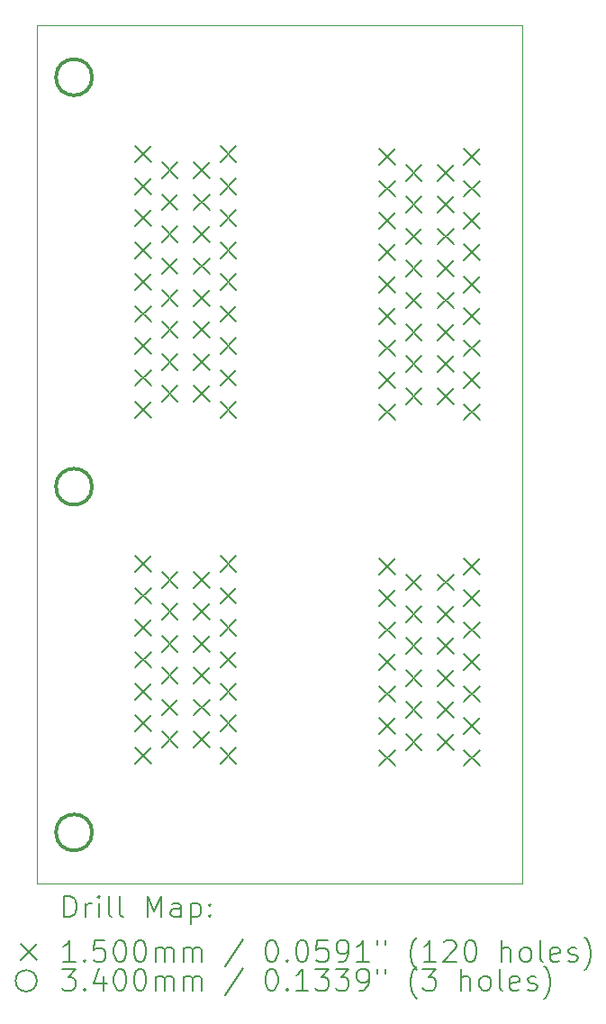
<source format=gbr>
%TF.GenerationSoftware,KiCad,Pcbnew,(6.0.8)*%
%TF.CreationDate,2024-08-14T07:32:47+02:00*%
%TF.ProjectId,FUSE_TestBoard,46555345-5f54-4657-9374-426f6172642e,rev?*%
%TF.SameCoordinates,Original*%
%TF.FileFunction,Drillmap*%
%TF.FilePolarity,Positive*%
%FSLAX45Y45*%
G04 Gerber Fmt 4.5, Leading zero omitted, Abs format (unit mm)*
G04 Created by KiCad (PCBNEW (6.0.8)) date 2024-08-14 07:32:47*
%MOMM*%
%LPD*%
G01*
G04 APERTURE LIST*
%ADD10C,0.100000*%
%ADD11C,0.200000*%
%ADD12C,0.150000*%
%ADD13C,0.340000*%
G04 APERTURE END LIST*
D10*
X15070000Y-7290000D02*
X19630000Y-7290000D01*
X19630000Y-7290000D02*
X19630000Y-15360000D01*
X19630000Y-15360000D02*
X15070000Y-15360000D01*
X15070000Y-15360000D02*
X15070000Y-7290000D01*
D11*
D12*
X15990000Y-8430000D02*
X16140000Y-8580000D01*
X16140000Y-8430000D02*
X15990000Y-8580000D01*
X15990000Y-8730000D02*
X16140000Y-8880000D01*
X16140000Y-8730000D02*
X15990000Y-8880000D01*
X15990000Y-9030000D02*
X16140000Y-9180000D01*
X16140000Y-9030000D02*
X15990000Y-9180000D01*
X15990000Y-9330000D02*
X16140000Y-9480000D01*
X16140000Y-9330000D02*
X15990000Y-9480000D01*
X15990000Y-9630000D02*
X16140000Y-9780000D01*
X16140000Y-9630000D02*
X15990000Y-9780000D01*
X15990000Y-9930000D02*
X16140000Y-10080000D01*
X16140000Y-9930000D02*
X15990000Y-10080000D01*
X15990000Y-10230000D02*
X16140000Y-10380000D01*
X16140000Y-10230000D02*
X15990000Y-10380000D01*
X15990000Y-10530000D02*
X16140000Y-10680000D01*
X16140000Y-10530000D02*
X15990000Y-10680000D01*
X15990000Y-10830000D02*
X16140000Y-10980000D01*
X16140000Y-10830000D02*
X15990000Y-10980000D01*
X15990000Y-12280000D02*
X16140000Y-12430000D01*
X16140000Y-12280000D02*
X15990000Y-12430000D01*
X15990000Y-12580000D02*
X16140000Y-12730000D01*
X16140000Y-12580000D02*
X15990000Y-12730000D01*
X15990000Y-12880000D02*
X16140000Y-13030000D01*
X16140000Y-12880000D02*
X15990000Y-13030000D01*
X15990000Y-13180000D02*
X16140000Y-13330000D01*
X16140000Y-13180000D02*
X15990000Y-13330000D01*
X15990000Y-13480000D02*
X16140000Y-13630000D01*
X16140000Y-13480000D02*
X15990000Y-13630000D01*
X15990000Y-13780000D02*
X16140000Y-13930000D01*
X16140000Y-13780000D02*
X15990000Y-13930000D01*
X15990000Y-14080000D02*
X16140000Y-14230000D01*
X16140000Y-14080000D02*
X15990000Y-14230000D01*
X16240000Y-8580000D02*
X16390000Y-8730000D01*
X16390000Y-8580000D02*
X16240000Y-8730000D01*
X16240000Y-8880000D02*
X16390000Y-9030000D01*
X16390000Y-8880000D02*
X16240000Y-9030000D01*
X16240000Y-9180000D02*
X16390000Y-9330000D01*
X16390000Y-9180000D02*
X16240000Y-9330000D01*
X16240000Y-9480000D02*
X16390000Y-9630000D01*
X16390000Y-9480000D02*
X16240000Y-9630000D01*
X16240000Y-9780000D02*
X16390000Y-9930000D01*
X16390000Y-9780000D02*
X16240000Y-9930000D01*
X16240000Y-10080000D02*
X16390000Y-10230000D01*
X16390000Y-10080000D02*
X16240000Y-10230000D01*
X16240000Y-10380000D02*
X16390000Y-10530000D01*
X16390000Y-10380000D02*
X16240000Y-10530000D01*
X16240000Y-10680000D02*
X16390000Y-10830000D01*
X16390000Y-10680000D02*
X16240000Y-10830000D01*
X16240000Y-12430000D02*
X16390000Y-12580000D01*
X16390000Y-12430000D02*
X16240000Y-12580000D01*
X16240000Y-12730000D02*
X16390000Y-12880000D01*
X16390000Y-12730000D02*
X16240000Y-12880000D01*
X16240000Y-13030000D02*
X16390000Y-13180000D01*
X16390000Y-13030000D02*
X16240000Y-13180000D01*
X16240000Y-13330000D02*
X16390000Y-13480000D01*
X16390000Y-13330000D02*
X16240000Y-13480000D01*
X16240000Y-13630000D02*
X16390000Y-13780000D01*
X16390000Y-13630000D02*
X16240000Y-13780000D01*
X16240000Y-13930000D02*
X16390000Y-14080000D01*
X16390000Y-13930000D02*
X16240000Y-14080000D01*
X16540000Y-8580000D02*
X16690000Y-8730000D01*
X16690000Y-8580000D02*
X16540000Y-8730000D01*
X16540000Y-8880000D02*
X16690000Y-9030000D01*
X16690000Y-8880000D02*
X16540000Y-9030000D01*
X16540000Y-9180000D02*
X16690000Y-9330000D01*
X16690000Y-9180000D02*
X16540000Y-9330000D01*
X16540000Y-9480000D02*
X16690000Y-9630000D01*
X16690000Y-9480000D02*
X16540000Y-9630000D01*
X16540000Y-9780000D02*
X16690000Y-9930000D01*
X16690000Y-9780000D02*
X16540000Y-9930000D01*
X16540000Y-10080000D02*
X16690000Y-10230000D01*
X16690000Y-10080000D02*
X16540000Y-10230000D01*
X16540000Y-10380000D02*
X16690000Y-10530000D01*
X16690000Y-10380000D02*
X16540000Y-10530000D01*
X16540000Y-10680000D02*
X16690000Y-10830000D01*
X16690000Y-10680000D02*
X16540000Y-10830000D01*
X16540000Y-12430000D02*
X16690000Y-12580000D01*
X16690000Y-12430000D02*
X16540000Y-12580000D01*
X16540000Y-12730000D02*
X16690000Y-12880000D01*
X16690000Y-12730000D02*
X16540000Y-12880000D01*
X16540000Y-13030000D02*
X16690000Y-13180000D01*
X16690000Y-13030000D02*
X16540000Y-13180000D01*
X16540000Y-13330000D02*
X16690000Y-13480000D01*
X16690000Y-13330000D02*
X16540000Y-13480000D01*
X16540000Y-13630000D02*
X16690000Y-13780000D01*
X16690000Y-13630000D02*
X16540000Y-13780000D01*
X16540000Y-13930000D02*
X16690000Y-14080000D01*
X16690000Y-13930000D02*
X16540000Y-14080000D01*
X16790000Y-8430000D02*
X16940000Y-8580000D01*
X16940000Y-8430000D02*
X16790000Y-8580000D01*
X16790000Y-8730000D02*
X16940000Y-8880000D01*
X16940000Y-8730000D02*
X16790000Y-8880000D01*
X16790000Y-9030000D02*
X16940000Y-9180000D01*
X16940000Y-9030000D02*
X16790000Y-9180000D01*
X16790000Y-9330000D02*
X16940000Y-9480000D01*
X16940000Y-9330000D02*
X16790000Y-9480000D01*
X16790000Y-9630000D02*
X16940000Y-9780000D01*
X16940000Y-9630000D02*
X16790000Y-9780000D01*
X16790000Y-9930000D02*
X16940000Y-10080000D01*
X16940000Y-9930000D02*
X16790000Y-10080000D01*
X16790000Y-10230000D02*
X16940000Y-10380000D01*
X16940000Y-10230000D02*
X16790000Y-10380000D01*
X16790000Y-10530000D02*
X16940000Y-10680000D01*
X16940000Y-10530000D02*
X16790000Y-10680000D01*
X16790000Y-10830000D02*
X16940000Y-10980000D01*
X16940000Y-10830000D02*
X16790000Y-10980000D01*
X16790000Y-12280000D02*
X16940000Y-12430000D01*
X16940000Y-12280000D02*
X16790000Y-12430000D01*
X16790000Y-12580000D02*
X16940000Y-12730000D01*
X16940000Y-12580000D02*
X16790000Y-12730000D01*
X16790000Y-12880000D02*
X16940000Y-13030000D01*
X16940000Y-12880000D02*
X16790000Y-13030000D01*
X16790000Y-13180000D02*
X16940000Y-13330000D01*
X16940000Y-13180000D02*
X16790000Y-13330000D01*
X16790000Y-13480000D02*
X16940000Y-13630000D01*
X16940000Y-13480000D02*
X16790000Y-13630000D01*
X16790000Y-13780000D02*
X16940000Y-13930000D01*
X16940000Y-13780000D02*
X16790000Y-13930000D01*
X16790000Y-14080000D02*
X16940000Y-14230000D01*
X16940000Y-14080000D02*
X16790000Y-14230000D01*
X18283730Y-8452800D02*
X18433730Y-8602800D01*
X18433730Y-8452800D02*
X18283730Y-8602800D01*
X18283730Y-8752800D02*
X18433730Y-8902800D01*
X18433730Y-8752800D02*
X18283730Y-8902800D01*
X18283730Y-9052800D02*
X18433730Y-9202800D01*
X18433730Y-9052800D02*
X18283730Y-9202800D01*
X18283730Y-9352800D02*
X18433730Y-9502800D01*
X18433730Y-9352800D02*
X18283730Y-9502800D01*
X18283730Y-9652800D02*
X18433730Y-9802800D01*
X18433730Y-9652800D02*
X18283730Y-9802800D01*
X18283730Y-9952800D02*
X18433730Y-10102800D01*
X18433730Y-9952800D02*
X18283730Y-10102800D01*
X18283730Y-10252800D02*
X18433730Y-10402800D01*
X18433730Y-10252800D02*
X18283730Y-10402800D01*
X18283730Y-10552800D02*
X18433730Y-10702800D01*
X18433730Y-10552800D02*
X18283730Y-10702800D01*
X18283730Y-10852800D02*
X18433730Y-11002800D01*
X18433730Y-10852800D02*
X18283730Y-11002800D01*
X18283730Y-12302800D02*
X18433730Y-12452800D01*
X18433730Y-12302800D02*
X18283730Y-12452800D01*
X18283730Y-12602800D02*
X18433730Y-12752800D01*
X18433730Y-12602800D02*
X18283730Y-12752800D01*
X18283730Y-12902800D02*
X18433730Y-13052800D01*
X18433730Y-12902800D02*
X18283730Y-13052800D01*
X18283730Y-13202800D02*
X18433730Y-13352800D01*
X18433730Y-13202800D02*
X18283730Y-13352800D01*
X18283730Y-13502800D02*
X18433730Y-13652800D01*
X18433730Y-13502800D02*
X18283730Y-13652800D01*
X18283730Y-13802800D02*
X18433730Y-13952800D01*
X18433730Y-13802800D02*
X18283730Y-13952800D01*
X18283730Y-14102800D02*
X18433730Y-14252800D01*
X18433730Y-14102800D02*
X18283730Y-14252800D01*
X18533730Y-8602800D02*
X18683730Y-8752800D01*
X18683730Y-8602800D02*
X18533730Y-8752800D01*
X18533730Y-8902800D02*
X18683730Y-9052800D01*
X18683730Y-8902800D02*
X18533730Y-9052800D01*
X18533730Y-9202800D02*
X18683730Y-9352800D01*
X18683730Y-9202800D02*
X18533730Y-9352800D01*
X18533730Y-9502800D02*
X18683730Y-9652800D01*
X18683730Y-9502800D02*
X18533730Y-9652800D01*
X18533730Y-9802800D02*
X18683730Y-9952800D01*
X18683730Y-9802800D02*
X18533730Y-9952800D01*
X18533730Y-10102800D02*
X18683730Y-10252800D01*
X18683730Y-10102800D02*
X18533730Y-10252800D01*
X18533730Y-10402800D02*
X18683730Y-10552800D01*
X18683730Y-10402800D02*
X18533730Y-10552800D01*
X18533730Y-10702800D02*
X18683730Y-10852800D01*
X18683730Y-10702800D02*
X18533730Y-10852800D01*
X18533730Y-12452800D02*
X18683730Y-12602800D01*
X18683730Y-12452800D02*
X18533730Y-12602800D01*
X18533730Y-12752800D02*
X18683730Y-12902800D01*
X18683730Y-12752800D02*
X18533730Y-12902800D01*
X18533730Y-13052800D02*
X18683730Y-13202800D01*
X18683730Y-13052800D02*
X18533730Y-13202800D01*
X18533730Y-13352800D02*
X18683730Y-13502800D01*
X18683730Y-13352800D02*
X18533730Y-13502800D01*
X18533730Y-13652800D02*
X18683730Y-13802800D01*
X18683730Y-13652800D02*
X18533730Y-13802800D01*
X18533730Y-13952800D02*
X18683730Y-14102800D01*
X18683730Y-13952800D02*
X18533730Y-14102800D01*
X18833730Y-8602800D02*
X18983730Y-8752800D01*
X18983730Y-8602800D02*
X18833730Y-8752800D01*
X18833730Y-8902800D02*
X18983730Y-9052800D01*
X18983730Y-8902800D02*
X18833730Y-9052800D01*
X18833730Y-9202800D02*
X18983730Y-9352800D01*
X18983730Y-9202800D02*
X18833730Y-9352800D01*
X18833730Y-9502800D02*
X18983730Y-9652800D01*
X18983730Y-9502800D02*
X18833730Y-9652800D01*
X18833730Y-9802800D02*
X18983730Y-9952800D01*
X18983730Y-9802800D02*
X18833730Y-9952800D01*
X18833730Y-10102800D02*
X18983730Y-10252800D01*
X18983730Y-10102800D02*
X18833730Y-10252800D01*
X18833730Y-10402800D02*
X18983730Y-10552800D01*
X18983730Y-10402800D02*
X18833730Y-10552800D01*
X18833730Y-10702800D02*
X18983730Y-10852800D01*
X18983730Y-10702800D02*
X18833730Y-10852800D01*
X18833730Y-12452800D02*
X18983730Y-12602800D01*
X18983730Y-12452800D02*
X18833730Y-12602800D01*
X18833730Y-12752800D02*
X18983730Y-12902800D01*
X18983730Y-12752800D02*
X18833730Y-12902800D01*
X18833730Y-13052800D02*
X18983730Y-13202800D01*
X18983730Y-13052800D02*
X18833730Y-13202800D01*
X18833730Y-13352800D02*
X18983730Y-13502800D01*
X18983730Y-13352800D02*
X18833730Y-13502800D01*
X18833730Y-13652800D02*
X18983730Y-13802800D01*
X18983730Y-13652800D02*
X18833730Y-13802800D01*
X18833730Y-13952800D02*
X18983730Y-14102800D01*
X18983730Y-13952800D02*
X18833730Y-14102800D01*
X19083730Y-8452800D02*
X19233730Y-8602800D01*
X19233730Y-8452800D02*
X19083730Y-8602800D01*
X19083730Y-8752800D02*
X19233730Y-8902800D01*
X19233730Y-8752800D02*
X19083730Y-8902800D01*
X19083730Y-9052800D02*
X19233730Y-9202800D01*
X19233730Y-9052800D02*
X19083730Y-9202800D01*
X19083730Y-9352800D02*
X19233730Y-9502800D01*
X19233730Y-9352800D02*
X19083730Y-9502800D01*
X19083730Y-9652800D02*
X19233730Y-9802800D01*
X19233730Y-9652800D02*
X19083730Y-9802800D01*
X19083730Y-9952800D02*
X19233730Y-10102800D01*
X19233730Y-9952800D02*
X19083730Y-10102800D01*
X19083730Y-10252800D02*
X19233730Y-10402800D01*
X19233730Y-10252800D02*
X19083730Y-10402800D01*
X19083730Y-10552800D02*
X19233730Y-10702800D01*
X19233730Y-10552800D02*
X19083730Y-10702800D01*
X19083730Y-10852800D02*
X19233730Y-11002800D01*
X19233730Y-10852800D02*
X19083730Y-11002800D01*
X19083730Y-12302800D02*
X19233730Y-12452800D01*
X19233730Y-12302800D02*
X19083730Y-12452800D01*
X19083730Y-12602800D02*
X19233730Y-12752800D01*
X19233730Y-12602800D02*
X19083730Y-12752800D01*
X19083730Y-12902800D02*
X19233730Y-13052800D01*
X19233730Y-12902800D02*
X19083730Y-13052800D01*
X19083730Y-13202800D02*
X19233730Y-13352800D01*
X19233730Y-13202800D02*
X19083730Y-13352800D01*
X19083730Y-13502800D02*
X19233730Y-13652800D01*
X19233730Y-13502800D02*
X19083730Y-13652800D01*
X19083730Y-13802800D02*
X19233730Y-13952800D01*
X19233730Y-13802800D02*
X19083730Y-13952800D01*
X19083730Y-14102800D02*
X19233730Y-14252800D01*
X19233730Y-14102800D02*
X19083730Y-14252800D01*
D13*
X15585000Y-7780000D02*
G75*
G03*
X15585000Y-7780000I-170000J0D01*
G01*
X15585000Y-11630000D02*
G75*
G03*
X15585000Y-11630000I-170000J0D01*
G01*
X15585000Y-14880000D02*
G75*
G03*
X15585000Y-14880000I-170000J0D01*
G01*
D11*
X15322619Y-15675476D02*
X15322619Y-15475476D01*
X15370238Y-15475476D01*
X15398809Y-15485000D01*
X15417857Y-15504048D01*
X15427381Y-15523095D01*
X15436905Y-15561190D01*
X15436905Y-15589762D01*
X15427381Y-15627857D01*
X15417857Y-15646905D01*
X15398809Y-15665952D01*
X15370238Y-15675476D01*
X15322619Y-15675476D01*
X15522619Y-15675476D02*
X15522619Y-15542143D01*
X15522619Y-15580238D02*
X15532143Y-15561190D01*
X15541667Y-15551667D01*
X15560714Y-15542143D01*
X15579762Y-15542143D01*
X15646428Y-15675476D02*
X15646428Y-15542143D01*
X15646428Y-15475476D02*
X15636905Y-15485000D01*
X15646428Y-15494524D01*
X15655952Y-15485000D01*
X15646428Y-15475476D01*
X15646428Y-15494524D01*
X15770238Y-15675476D02*
X15751190Y-15665952D01*
X15741667Y-15646905D01*
X15741667Y-15475476D01*
X15875000Y-15675476D02*
X15855952Y-15665952D01*
X15846428Y-15646905D01*
X15846428Y-15475476D01*
X16103571Y-15675476D02*
X16103571Y-15475476D01*
X16170238Y-15618333D01*
X16236905Y-15475476D01*
X16236905Y-15675476D01*
X16417857Y-15675476D02*
X16417857Y-15570714D01*
X16408333Y-15551667D01*
X16389286Y-15542143D01*
X16351190Y-15542143D01*
X16332143Y-15551667D01*
X16417857Y-15665952D02*
X16398809Y-15675476D01*
X16351190Y-15675476D01*
X16332143Y-15665952D01*
X16322619Y-15646905D01*
X16322619Y-15627857D01*
X16332143Y-15608809D01*
X16351190Y-15599286D01*
X16398809Y-15599286D01*
X16417857Y-15589762D01*
X16513095Y-15542143D02*
X16513095Y-15742143D01*
X16513095Y-15551667D02*
X16532143Y-15542143D01*
X16570238Y-15542143D01*
X16589286Y-15551667D01*
X16598809Y-15561190D01*
X16608333Y-15580238D01*
X16608333Y-15637381D01*
X16598809Y-15656428D01*
X16589286Y-15665952D01*
X16570238Y-15675476D01*
X16532143Y-15675476D01*
X16513095Y-15665952D01*
X16694048Y-15656428D02*
X16703571Y-15665952D01*
X16694048Y-15675476D01*
X16684524Y-15665952D01*
X16694048Y-15656428D01*
X16694048Y-15675476D01*
X16694048Y-15551667D02*
X16703571Y-15561190D01*
X16694048Y-15570714D01*
X16684524Y-15561190D01*
X16694048Y-15551667D01*
X16694048Y-15570714D01*
D12*
X14915000Y-15930000D02*
X15065000Y-16080000D01*
X15065000Y-15930000D02*
X14915000Y-16080000D01*
D11*
X15427381Y-16095476D02*
X15313095Y-16095476D01*
X15370238Y-16095476D02*
X15370238Y-15895476D01*
X15351190Y-15924048D01*
X15332143Y-15943095D01*
X15313095Y-15952619D01*
X15513095Y-16076428D02*
X15522619Y-16085952D01*
X15513095Y-16095476D01*
X15503571Y-16085952D01*
X15513095Y-16076428D01*
X15513095Y-16095476D01*
X15703571Y-15895476D02*
X15608333Y-15895476D01*
X15598809Y-15990714D01*
X15608333Y-15981190D01*
X15627381Y-15971667D01*
X15675000Y-15971667D01*
X15694048Y-15981190D01*
X15703571Y-15990714D01*
X15713095Y-16009762D01*
X15713095Y-16057381D01*
X15703571Y-16076428D01*
X15694048Y-16085952D01*
X15675000Y-16095476D01*
X15627381Y-16095476D01*
X15608333Y-16085952D01*
X15598809Y-16076428D01*
X15836905Y-15895476D02*
X15855952Y-15895476D01*
X15875000Y-15905000D01*
X15884524Y-15914524D01*
X15894048Y-15933571D01*
X15903571Y-15971667D01*
X15903571Y-16019286D01*
X15894048Y-16057381D01*
X15884524Y-16076428D01*
X15875000Y-16085952D01*
X15855952Y-16095476D01*
X15836905Y-16095476D01*
X15817857Y-16085952D01*
X15808333Y-16076428D01*
X15798809Y-16057381D01*
X15789286Y-16019286D01*
X15789286Y-15971667D01*
X15798809Y-15933571D01*
X15808333Y-15914524D01*
X15817857Y-15905000D01*
X15836905Y-15895476D01*
X16027381Y-15895476D02*
X16046428Y-15895476D01*
X16065476Y-15905000D01*
X16075000Y-15914524D01*
X16084524Y-15933571D01*
X16094048Y-15971667D01*
X16094048Y-16019286D01*
X16084524Y-16057381D01*
X16075000Y-16076428D01*
X16065476Y-16085952D01*
X16046428Y-16095476D01*
X16027381Y-16095476D01*
X16008333Y-16085952D01*
X15998809Y-16076428D01*
X15989286Y-16057381D01*
X15979762Y-16019286D01*
X15979762Y-15971667D01*
X15989286Y-15933571D01*
X15998809Y-15914524D01*
X16008333Y-15905000D01*
X16027381Y-15895476D01*
X16179762Y-16095476D02*
X16179762Y-15962143D01*
X16179762Y-15981190D02*
X16189286Y-15971667D01*
X16208333Y-15962143D01*
X16236905Y-15962143D01*
X16255952Y-15971667D01*
X16265476Y-15990714D01*
X16265476Y-16095476D01*
X16265476Y-15990714D02*
X16275000Y-15971667D01*
X16294048Y-15962143D01*
X16322619Y-15962143D01*
X16341667Y-15971667D01*
X16351190Y-15990714D01*
X16351190Y-16095476D01*
X16446428Y-16095476D02*
X16446428Y-15962143D01*
X16446428Y-15981190D02*
X16455952Y-15971667D01*
X16475000Y-15962143D01*
X16503571Y-15962143D01*
X16522619Y-15971667D01*
X16532143Y-15990714D01*
X16532143Y-16095476D01*
X16532143Y-15990714D02*
X16541667Y-15971667D01*
X16560714Y-15962143D01*
X16589286Y-15962143D01*
X16608333Y-15971667D01*
X16617857Y-15990714D01*
X16617857Y-16095476D01*
X17008333Y-15885952D02*
X16836905Y-16143095D01*
X17265476Y-15895476D02*
X17284524Y-15895476D01*
X17303571Y-15905000D01*
X17313095Y-15914524D01*
X17322619Y-15933571D01*
X17332143Y-15971667D01*
X17332143Y-16019286D01*
X17322619Y-16057381D01*
X17313095Y-16076428D01*
X17303571Y-16085952D01*
X17284524Y-16095476D01*
X17265476Y-16095476D01*
X17246429Y-16085952D01*
X17236905Y-16076428D01*
X17227381Y-16057381D01*
X17217857Y-16019286D01*
X17217857Y-15971667D01*
X17227381Y-15933571D01*
X17236905Y-15914524D01*
X17246429Y-15905000D01*
X17265476Y-15895476D01*
X17417857Y-16076428D02*
X17427381Y-16085952D01*
X17417857Y-16095476D01*
X17408333Y-16085952D01*
X17417857Y-16076428D01*
X17417857Y-16095476D01*
X17551190Y-15895476D02*
X17570238Y-15895476D01*
X17589286Y-15905000D01*
X17598810Y-15914524D01*
X17608333Y-15933571D01*
X17617857Y-15971667D01*
X17617857Y-16019286D01*
X17608333Y-16057381D01*
X17598810Y-16076428D01*
X17589286Y-16085952D01*
X17570238Y-16095476D01*
X17551190Y-16095476D01*
X17532143Y-16085952D01*
X17522619Y-16076428D01*
X17513095Y-16057381D01*
X17503571Y-16019286D01*
X17503571Y-15971667D01*
X17513095Y-15933571D01*
X17522619Y-15914524D01*
X17532143Y-15905000D01*
X17551190Y-15895476D01*
X17798810Y-15895476D02*
X17703571Y-15895476D01*
X17694048Y-15990714D01*
X17703571Y-15981190D01*
X17722619Y-15971667D01*
X17770238Y-15971667D01*
X17789286Y-15981190D01*
X17798810Y-15990714D01*
X17808333Y-16009762D01*
X17808333Y-16057381D01*
X17798810Y-16076428D01*
X17789286Y-16085952D01*
X17770238Y-16095476D01*
X17722619Y-16095476D01*
X17703571Y-16085952D01*
X17694048Y-16076428D01*
X17903571Y-16095476D02*
X17941667Y-16095476D01*
X17960714Y-16085952D01*
X17970238Y-16076428D01*
X17989286Y-16047857D01*
X17998810Y-16009762D01*
X17998810Y-15933571D01*
X17989286Y-15914524D01*
X17979762Y-15905000D01*
X17960714Y-15895476D01*
X17922619Y-15895476D01*
X17903571Y-15905000D01*
X17894048Y-15914524D01*
X17884524Y-15933571D01*
X17884524Y-15981190D01*
X17894048Y-16000238D01*
X17903571Y-16009762D01*
X17922619Y-16019286D01*
X17960714Y-16019286D01*
X17979762Y-16009762D01*
X17989286Y-16000238D01*
X17998810Y-15981190D01*
X18189286Y-16095476D02*
X18075000Y-16095476D01*
X18132143Y-16095476D02*
X18132143Y-15895476D01*
X18113095Y-15924048D01*
X18094048Y-15943095D01*
X18075000Y-15952619D01*
X18265476Y-15895476D02*
X18265476Y-15933571D01*
X18341667Y-15895476D02*
X18341667Y-15933571D01*
X18636905Y-16171667D02*
X18627381Y-16162143D01*
X18608333Y-16133571D01*
X18598810Y-16114524D01*
X18589286Y-16085952D01*
X18579762Y-16038333D01*
X18579762Y-16000238D01*
X18589286Y-15952619D01*
X18598810Y-15924048D01*
X18608333Y-15905000D01*
X18627381Y-15876428D01*
X18636905Y-15866905D01*
X18817857Y-16095476D02*
X18703571Y-16095476D01*
X18760714Y-16095476D02*
X18760714Y-15895476D01*
X18741667Y-15924048D01*
X18722619Y-15943095D01*
X18703571Y-15952619D01*
X18894048Y-15914524D02*
X18903571Y-15905000D01*
X18922619Y-15895476D01*
X18970238Y-15895476D01*
X18989286Y-15905000D01*
X18998810Y-15914524D01*
X19008333Y-15933571D01*
X19008333Y-15952619D01*
X18998810Y-15981190D01*
X18884524Y-16095476D01*
X19008333Y-16095476D01*
X19132143Y-15895476D02*
X19151190Y-15895476D01*
X19170238Y-15905000D01*
X19179762Y-15914524D01*
X19189286Y-15933571D01*
X19198810Y-15971667D01*
X19198810Y-16019286D01*
X19189286Y-16057381D01*
X19179762Y-16076428D01*
X19170238Y-16085952D01*
X19151190Y-16095476D01*
X19132143Y-16095476D01*
X19113095Y-16085952D01*
X19103571Y-16076428D01*
X19094048Y-16057381D01*
X19084524Y-16019286D01*
X19084524Y-15971667D01*
X19094048Y-15933571D01*
X19103571Y-15914524D01*
X19113095Y-15905000D01*
X19132143Y-15895476D01*
X19436905Y-16095476D02*
X19436905Y-15895476D01*
X19522619Y-16095476D02*
X19522619Y-15990714D01*
X19513095Y-15971667D01*
X19494048Y-15962143D01*
X19465476Y-15962143D01*
X19446429Y-15971667D01*
X19436905Y-15981190D01*
X19646429Y-16095476D02*
X19627381Y-16085952D01*
X19617857Y-16076428D01*
X19608333Y-16057381D01*
X19608333Y-16000238D01*
X19617857Y-15981190D01*
X19627381Y-15971667D01*
X19646429Y-15962143D01*
X19675000Y-15962143D01*
X19694048Y-15971667D01*
X19703571Y-15981190D01*
X19713095Y-16000238D01*
X19713095Y-16057381D01*
X19703571Y-16076428D01*
X19694048Y-16085952D01*
X19675000Y-16095476D01*
X19646429Y-16095476D01*
X19827381Y-16095476D02*
X19808333Y-16085952D01*
X19798810Y-16066905D01*
X19798810Y-15895476D01*
X19979762Y-16085952D02*
X19960714Y-16095476D01*
X19922619Y-16095476D01*
X19903571Y-16085952D01*
X19894048Y-16066905D01*
X19894048Y-15990714D01*
X19903571Y-15971667D01*
X19922619Y-15962143D01*
X19960714Y-15962143D01*
X19979762Y-15971667D01*
X19989286Y-15990714D01*
X19989286Y-16009762D01*
X19894048Y-16028809D01*
X20065476Y-16085952D02*
X20084524Y-16095476D01*
X20122619Y-16095476D01*
X20141667Y-16085952D01*
X20151190Y-16066905D01*
X20151190Y-16057381D01*
X20141667Y-16038333D01*
X20122619Y-16028809D01*
X20094048Y-16028809D01*
X20075000Y-16019286D01*
X20065476Y-16000238D01*
X20065476Y-15990714D01*
X20075000Y-15971667D01*
X20094048Y-15962143D01*
X20122619Y-15962143D01*
X20141667Y-15971667D01*
X20217857Y-16171667D02*
X20227381Y-16162143D01*
X20246429Y-16133571D01*
X20255952Y-16114524D01*
X20265476Y-16085952D01*
X20275000Y-16038333D01*
X20275000Y-16000238D01*
X20265476Y-15952619D01*
X20255952Y-15924048D01*
X20246429Y-15905000D01*
X20227381Y-15876428D01*
X20217857Y-15866905D01*
X15065000Y-16275000D02*
G75*
G03*
X15065000Y-16275000I-100000J0D01*
G01*
X15303571Y-16165476D02*
X15427381Y-16165476D01*
X15360714Y-16241667D01*
X15389286Y-16241667D01*
X15408333Y-16251190D01*
X15417857Y-16260714D01*
X15427381Y-16279762D01*
X15427381Y-16327381D01*
X15417857Y-16346428D01*
X15408333Y-16355952D01*
X15389286Y-16365476D01*
X15332143Y-16365476D01*
X15313095Y-16355952D01*
X15303571Y-16346428D01*
X15513095Y-16346428D02*
X15522619Y-16355952D01*
X15513095Y-16365476D01*
X15503571Y-16355952D01*
X15513095Y-16346428D01*
X15513095Y-16365476D01*
X15694048Y-16232143D02*
X15694048Y-16365476D01*
X15646428Y-16155952D02*
X15598809Y-16298809D01*
X15722619Y-16298809D01*
X15836905Y-16165476D02*
X15855952Y-16165476D01*
X15875000Y-16175000D01*
X15884524Y-16184524D01*
X15894048Y-16203571D01*
X15903571Y-16241667D01*
X15903571Y-16289286D01*
X15894048Y-16327381D01*
X15884524Y-16346428D01*
X15875000Y-16355952D01*
X15855952Y-16365476D01*
X15836905Y-16365476D01*
X15817857Y-16355952D01*
X15808333Y-16346428D01*
X15798809Y-16327381D01*
X15789286Y-16289286D01*
X15789286Y-16241667D01*
X15798809Y-16203571D01*
X15808333Y-16184524D01*
X15817857Y-16175000D01*
X15836905Y-16165476D01*
X16027381Y-16165476D02*
X16046428Y-16165476D01*
X16065476Y-16175000D01*
X16075000Y-16184524D01*
X16084524Y-16203571D01*
X16094048Y-16241667D01*
X16094048Y-16289286D01*
X16084524Y-16327381D01*
X16075000Y-16346428D01*
X16065476Y-16355952D01*
X16046428Y-16365476D01*
X16027381Y-16365476D01*
X16008333Y-16355952D01*
X15998809Y-16346428D01*
X15989286Y-16327381D01*
X15979762Y-16289286D01*
X15979762Y-16241667D01*
X15989286Y-16203571D01*
X15998809Y-16184524D01*
X16008333Y-16175000D01*
X16027381Y-16165476D01*
X16179762Y-16365476D02*
X16179762Y-16232143D01*
X16179762Y-16251190D02*
X16189286Y-16241667D01*
X16208333Y-16232143D01*
X16236905Y-16232143D01*
X16255952Y-16241667D01*
X16265476Y-16260714D01*
X16265476Y-16365476D01*
X16265476Y-16260714D02*
X16275000Y-16241667D01*
X16294048Y-16232143D01*
X16322619Y-16232143D01*
X16341667Y-16241667D01*
X16351190Y-16260714D01*
X16351190Y-16365476D01*
X16446428Y-16365476D02*
X16446428Y-16232143D01*
X16446428Y-16251190D02*
X16455952Y-16241667D01*
X16475000Y-16232143D01*
X16503571Y-16232143D01*
X16522619Y-16241667D01*
X16532143Y-16260714D01*
X16532143Y-16365476D01*
X16532143Y-16260714D02*
X16541667Y-16241667D01*
X16560714Y-16232143D01*
X16589286Y-16232143D01*
X16608333Y-16241667D01*
X16617857Y-16260714D01*
X16617857Y-16365476D01*
X17008333Y-16155952D02*
X16836905Y-16413095D01*
X17265476Y-16165476D02*
X17284524Y-16165476D01*
X17303571Y-16175000D01*
X17313095Y-16184524D01*
X17322619Y-16203571D01*
X17332143Y-16241667D01*
X17332143Y-16289286D01*
X17322619Y-16327381D01*
X17313095Y-16346428D01*
X17303571Y-16355952D01*
X17284524Y-16365476D01*
X17265476Y-16365476D01*
X17246429Y-16355952D01*
X17236905Y-16346428D01*
X17227381Y-16327381D01*
X17217857Y-16289286D01*
X17217857Y-16241667D01*
X17227381Y-16203571D01*
X17236905Y-16184524D01*
X17246429Y-16175000D01*
X17265476Y-16165476D01*
X17417857Y-16346428D02*
X17427381Y-16355952D01*
X17417857Y-16365476D01*
X17408333Y-16355952D01*
X17417857Y-16346428D01*
X17417857Y-16365476D01*
X17617857Y-16365476D02*
X17503571Y-16365476D01*
X17560714Y-16365476D02*
X17560714Y-16165476D01*
X17541667Y-16194048D01*
X17522619Y-16213095D01*
X17503571Y-16222619D01*
X17684524Y-16165476D02*
X17808333Y-16165476D01*
X17741667Y-16241667D01*
X17770238Y-16241667D01*
X17789286Y-16251190D01*
X17798810Y-16260714D01*
X17808333Y-16279762D01*
X17808333Y-16327381D01*
X17798810Y-16346428D01*
X17789286Y-16355952D01*
X17770238Y-16365476D01*
X17713095Y-16365476D01*
X17694048Y-16355952D01*
X17684524Y-16346428D01*
X17875000Y-16165476D02*
X17998810Y-16165476D01*
X17932143Y-16241667D01*
X17960714Y-16241667D01*
X17979762Y-16251190D01*
X17989286Y-16260714D01*
X17998810Y-16279762D01*
X17998810Y-16327381D01*
X17989286Y-16346428D01*
X17979762Y-16355952D01*
X17960714Y-16365476D01*
X17903571Y-16365476D01*
X17884524Y-16355952D01*
X17875000Y-16346428D01*
X18094048Y-16365476D02*
X18132143Y-16365476D01*
X18151190Y-16355952D01*
X18160714Y-16346428D01*
X18179762Y-16317857D01*
X18189286Y-16279762D01*
X18189286Y-16203571D01*
X18179762Y-16184524D01*
X18170238Y-16175000D01*
X18151190Y-16165476D01*
X18113095Y-16165476D01*
X18094048Y-16175000D01*
X18084524Y-16184524D01*
X18075000Y-16203571D01*
X18075000Y-16251190D01*
X18084524Y-16270238D01*
X18094048Y-16279762D01*
X18113095Y-16289286D01*
X18151190Y-16289286D01*
X18170238Y-16279762D01*
X18179762Y-16270238D01*
X18189286Y-16251190D01*
X18265476Y-16165476D02*
X18265476Y-16203571D01*
X18341667Y-16165476D02*
X18341667Y-16203571D01*
X18636905Y-16441667D02*
X18627381Y-16432143D01*
X18608333Y-16403571D01*
X18598810Y-16384524D01*
X18589286Y-16355952D01*
X18579762Y-16308333D01*
X18579762Y-16270238D01*
X18589286Y-16222619D01*
X18598810Y-16194048D01*
X18608333Y-16175000D01*
X18627381Y-16146428D01*
X18636905Y-16136905D01*
X18694048Y-16165476D02*
X18817857Y-16165476D01*
X18751190Y-16241667D01*
X18779762Y-16241667D01*
X18798810Y-16251190D01*
X18808333Y-16260714D01*
X18817857Y-16279762D01*
X18817857Y-16327381D01*
X18808333Y-16346428D01*
X18798810Y-16355952D01*
X18779762Y-16365476D01*
X18722619Y-16365476D01*
X18703571Y-16355952D01*
X18694048Y-16346428D01*
X19055952Y-16365476D02*
X19055952Y-16165476D01*
X19141667Y-16365476D02*
X19141667Y-16260714D01*
X19132143Y-16241667D01*
X19113095Y-16232143D01*
X19084524Y-16232143D01*
X19065476Y-16241667D01*
X19055952Y-16251190D01*
X19265476Y-16365476D02*
X19246429Y-16355952D01*
X19236905Y-16346428D01*
X19227381Y-16327381D01*
X19227381Y-16270238D01*
X19236905Y-16251190D01*
X19246429Y-16241667D01*
X19265476Y-16232143D01*
X19294048Y-16232143D01*
X19313095Y-16241667D01*
X19322619Y-16251190D01*
X19332143Y-16270238D01*
X19332143Y-16327381D01*
X19322619Y-16346428D01*
X19313095Y-16355952D01*
X19294048Y-16365476D01*
X19265476Y-16365476D01*
X19446429Y-16365476D02*
X19427381Y-16355952D01*
X19417857Y-16336905D01*
X19417857Y-16165476D01*
X19598810Y-16355952D02*
X19579762Y-16365476D01*
X19541667Y-16365476D01*
X19522619Y-16355952D01*
X19513095Y-16336905D01*
X19513095Y-16260714D01*
X19522619Y-16241667D01*
X19541667Y-16232143D01*
X19579762Y-16232143D01*
X19598810Y-16241667D01*
X19608333Y-16260714D01*
X19608333Y-16279762D01*
X19513095Y-16298809D01*
X19684524Y-16355952D02*
X19703571Y-16365476D01*
X19741667Y-16365476D01*
X19760714Y-16355952D01*
X19770238Y-16336905D01*
X19770238Y-16327381D01*
X19760714Y-16308333D01*
X19741667Y-16298809D01*
X19713095Y-16298809D01*
X19694048Y-16289286D01*
X19684524Y-16270238D01*
X19684524Y-16260714D01*
X19694048Y-16241667D01*
X19713095Y-16232143D01*
X19741667Y-16232143D01*
X19760714Y-16241667D01*
X19836905Y-16441667D02*
X19846429Y-16432143D01*
X19865476Y-16403571D01*
X19875000Y-16384524D01*
X19884524Y-16355952D01*
X19894048Y-16308333D01*
X19894048Y-16270238D01*
X19884524Y-16222619D01*
X19875000Y-16194048D01*
X19865476Y-16175000D01*
X19846429Y-16146428D01*
X19836905Y-16136905D01*
M02*

</source>
